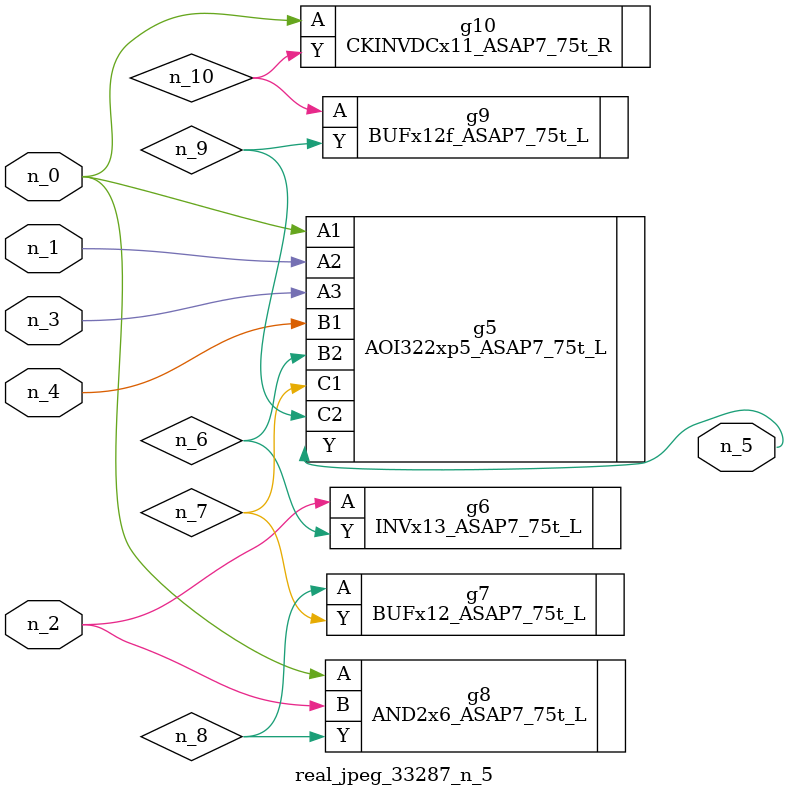
<source format=v>
module real_jpeg_33287_n_5 (n_4, n_0, n_1, n_2, n_3, n_5);

input n_4;
input n_0;
input n_1;
input n_2;
input n_3;

output n_5;

wire n_8;
wire n_6;
wire n_7;
wire n_10;
wire n_9;

AOI322xp5_ASAP7_75t_L g5 ( 
.A1(n_0),
.A2(n_1),
.A3(n_3),
.B1(n_4),
.B2(n_6),
.C1(n_7),
.C2(n_9),
.Y(n_5)
);

AND2x6_ASAP7_75t_L g8 ( 
.A(n_0),
.B(n_2),
.Y(n_8)
);

CKINVDCx11_ASAP7_75t_R g10 ( 
.A(n_0),
.Y(n_10)
);

INVx13_ASAP7_75t_L g6 ( 
.A(n_2),
.Y(n_6)
);

BUFx12_ASAP7_75t_L g7 ( 
.A(n_8),
.Y(n_7)
);

BUFx12f_ASAP7_75t_L g9 ( 
.A(n_10),
.Y(n_9)
);


endmodule
</source>
